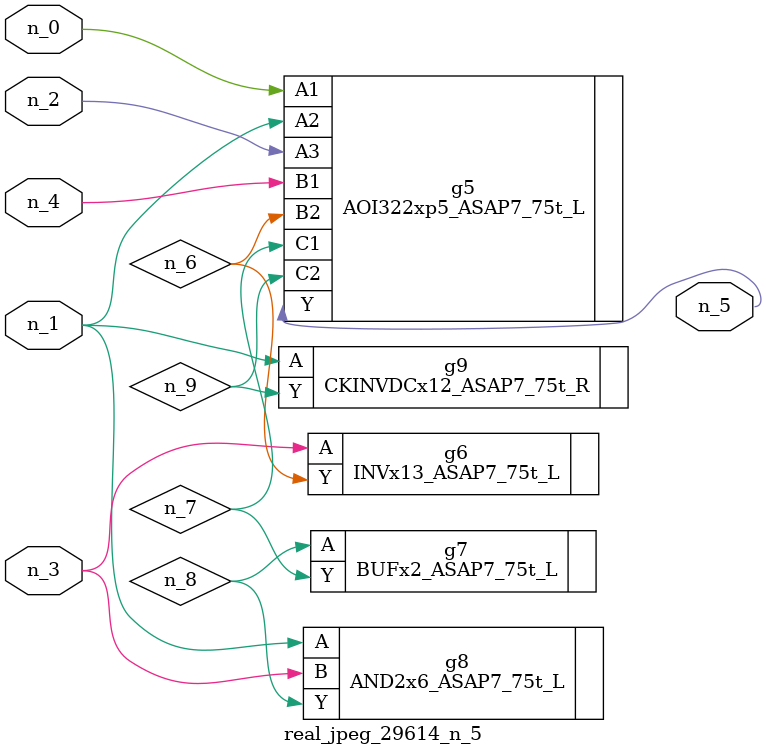
<source format=v>
module real_jpeg_29614_n_5 (n_4, n_0, n_1, n_2, n_3, n_5);

input n_4;
input n_0;
input n_1;
input n_2;
input n_3;

output n_5;

wire n_8;
wire n_6;
wire n_7;
wire n_9;

AOI322xp5_ASAP7_75t_L g5 ( 
.A1(n_0),
.A2(n_1),
.A3(n_2),
.B1(n_4),
.B2(n_6),
.C1(n_7),
.C2(n_9),
.Y(n_5)
);

AND2x6_ASAP7_75t_L g8 ( 
.A(n_1),
.B(n_3),
.Y(n_8)
);

CKINVDCx12_ASAP7_75t_R g9 ( 
.A(n_1),
.Y(n_9)
);

INVx13_ASAP7_75t_L g6 ( 
.A(n_3),
.Y(n_6)
);

BUFx2_ASAP7_75t_L g7 ( 
.A(n_8),
.Y(n_7)
);


endmodule
</source>
